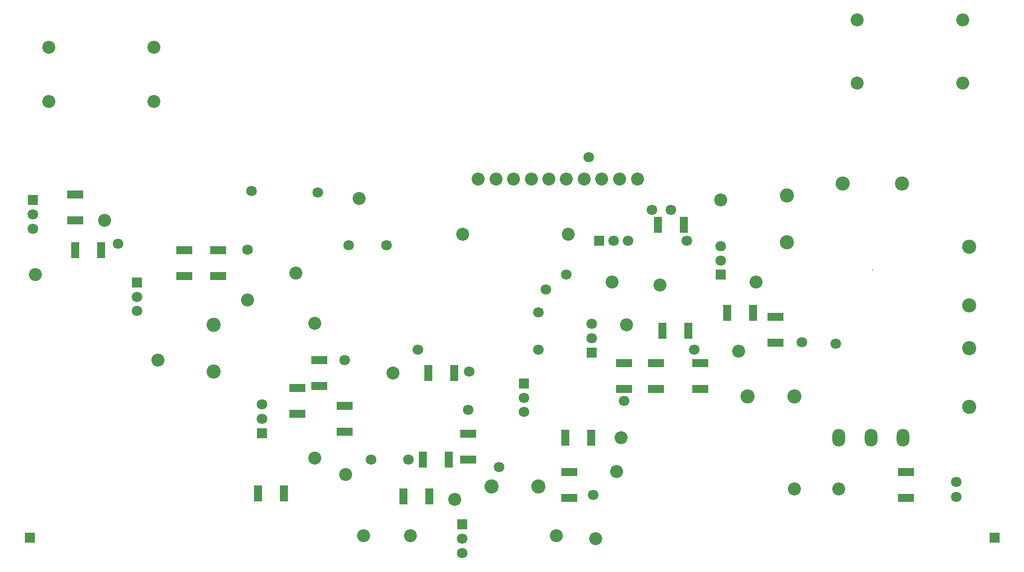
<source format=gts>
G04 Layer_Color=8388736*
%FSLAX44Y44*%
%MOMM*%
G71*
G01*
G75*
%ADD23R,1.4032X2.8032*%
%ADD24R,2.8032X1.4032*%
%ADD25C,2.2032*%
%ADD26R,1.8032X1.8032*%
%ADD27C,0.2032*%
%ADD28C,2.4032*%
%ADD29C,1.8032*%
%ADD30R,1.8032X1.8032*%
%ADD31O,2.2032X3.0032*%
D23*
X1187000Y607500D02*
D03*
X1143000D02*
D03*
X1304500Y457500D02*
D03*
X1260500D02*
D03*
X985500Y245000D02*
D03*
X1029500D02*
D03*
X787000Y207500D02*
D03*
X743000D02*
D03*
X1194500Y427500D02*
D03*
X1150500D02*
D03*
X152500Y564500D02*
D03*
X196500D02*
D03*
X463000Y150000D02*
D03*
X507000D02*
D03*
X754500Y145000D02*
D03*
X710500D02*
D03*
X797000Y355000D02*
D03*
X753000D02*
D03*
D24*
X1215000Y328000D02*
D03*
Y372000D02*
D03*
X1565000Y187000D02*
D03*
Y143000D02*
D03*
X1140000Y328000D02*
D03*
Y372000D02*
D03*
X992500Y143000D02*
D03*
Y187000D02*
D03*
X820000Y252000D02*
D03*
Y208000D02*
D03*
X395000Y564500D02*
D03*
Y520500D02*
D03*
X567500Y377000D02*
D03*
Y333000D02*
D03*
X1342500Y450804D02*
D03*
Y406804D02*
D03*
X152500Y659500D02*
D03*
Y615500D02*
D03*
X1085000Y372000D02*
D03*
Y328000D02*
D03*
X337500Y520500D02*
D03*
Y564500D02*
D03*
X530000Y329500D02*
D03*
Y285500D02*
D03*
X610000Y299500D02*
D03*
Y255500D02*
D03*
D25*
X811440Y591230D02*
D03*
X990510D02*
D03*
X1146304Y505000D02*
D03*
X1065000Y510000D02*
D03*
X1280000Y392500D02*
D03*
X286570Y817500D02*
D03*
X107500Y817500D02*
D03*
X1072500Y187500D02*
D03*
X1037500Y73100D02*
D03*
X692500Y355000D02*
D03*
X560000Y440000D02*
D03*
X970000Y78100D02*
D03*
X445000Y480000D02*
D03*
X560000Y210070D02*
D03*
X1090000Y437500D02*
D03*
X1450400Y157500D02*
D03*
X722500Y78100D02*
D03*
X1310000Y510000D02*
D03*
X202500Y615500D02*
D03*
X1375000Y157500D02*
D03*
X642500Y78100D02*
D03*
X1080000Y245000D02*
D03*
X797500Y140000D02*
D03*
X1250000Y650000D02*
D03*
X292500Y377500D02*
D03*
X85000Y522500D02*
D03*
X107500Y910000D02*
D03*
X286570D02*
D03*
X1661060Y956270D02*
D03*
X1481990D02*
D03*
X837500Y685000D02*
D03*
X867500D02*
D03*
X927500D02*
D03*
X897500D02*
D03*
X1017500D02*
D03*
X1047500D02*
D03*
X987500D02*
D03*
X957500D02*
D03*
X1077500D02*
D03*
X1108010D02*
D03*
X1661060Y848770D02*
D03*
X1481990D02*
D03*
X635000Y652500D02*
D03*
X527500Y525000D02*
D03*
X612500Y182500D02*
D03*
D26*
X1715000Y75000D02*
D03*
X75000D02*
D03*
X1043100Y580000D02*
D03*
D27*
X1507500Y530000D02*
D03*
D28*
X1375000Y315000D02*
D03*
X1295000D02*
D03*
X940000Y162500D02*
D03*
X860000D02*
D03*
X1672500Y297500D02*
D03*
Y397500D02*
D03*
X387500Y437500D02*
D03*
Y357500D02*
D03*
X1672500Y470000D02*
D03*
Y570000D02*
D03*
X1362500Y577500D02*
D03*
Y657500D02*
D03*
X1557500Y677500D02*
D03*
X1457500D02*
D03*
D29*
X810000Y48700D02*
D03*
Y73100D02*
D03*
X1250000Y571300D02*
D03*
Y546900D02*
D03*
X1067500Y580000D02*
D03*
X1091900D02*
D03*
X1030000Y438800D02*
D03*
Y414400D02*
D03*
X915000Y313100D02*
D03*
Y288700D02*
D03*
X470000Y277500D02*
D03*
Y301900D02*
D03*
X257500Y460600D02*
D03*
Y485000D02*
D03*
X80000Y625000D02*
D03*
Y600600D02*
D03*
X940000Y395000D02*
D03*
Y458800D02*
D03*
X1650000Y144600D02*
D03*
Y170000D02*
D03*
X655000Y207500D02*
D03*
X718800D02*
D03*
X681300Y572500D02*
D03*
X617500D02*
D03*
X565000Y662500D02*
D03*
X452500Y665000D02*
D03*
X1025000Y722500D02*
D03*
X1165000Y632500D02*
D03*
X1445000Y405000D02*
D03*
X1387500Y407500D02*
D03*
X1132500Y632500D02*
D03*
X1192500Y580000D02*
D03*
X1205000Y395000D02*
D03*
X987500Y522500D02*
D03*
X1032500Y147500D02*
D03*
X872500Y195000D02*
D03*
X952500Y497500D02*
D03*
X735000Y395000D02*
D03*
X822500Y357500D02*
D03*
X820000Y292500D02*
D03*
X610000Y377500D02*
D03*
X1085000Y307500D02*
D03*
X445000Y565000D02*
D03*
X225000Y575000D02*
D03*
D30*
X810000Y97500D02*
D03*
X1250000Y522500D02*
D03*
X1030000Y390000D02*
D03*
X915000Y337500D02*
D03*
X470000Y253100D02*
D03*
X257500Y509400D02*
D03*
X80000Y649400D02*
D03*
D31*
X1559600Y245000D02*
D03*
X1505000D02*
D03*
X1450400D02*
D03*
M02*

</source>
